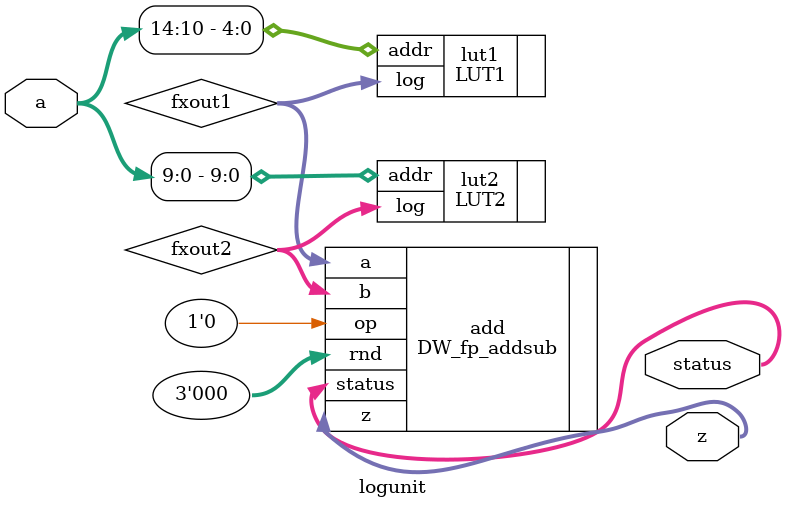
<source format=v>
`timescale 1ns / 1ps
module logunit (a, z, status);

	
	input [15:0] a;
	output [15:0] z;
	output [7:0] status;

	wire [15: 0] fxout1;
	wire [15: 0] fxout2;


	LUT1 lut1 (.addr(a[14:10]),.log(fxout1)); 
	LUT2 lut2 (.addr(a[9:0]),.log(fxout2));  
	DW_fp_addsub add(.a(fxout1), .b(fxout2), .rnd(3'b0), .op(1'b0), .z(z), .status(status[7:0]));
	
endmodule

</source>
